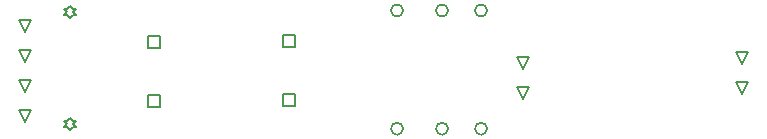
<source format=gbr>
%TF.GenerationSoftware,Altium Limited,Altium Designer,25.0.2 (28)*%
G04 Layer_Color=2752767*
%FSLAX45Y45*%
%MOMM*%
%TF.SameCoordinates,A0A746A1-3CD2-44F8-AC9A-FD4DD348DB9E*%
%TF.FilePolarity,Positive*%
%TF.FileFunction,Drawing*%
%TF.Part,Single*%
G01*
G75*
%TA.AperFunction,NonConductor*%
%ADD40C,0.12700*%
%ADD41C,0.16933*%
D40*
X8394700Y7162800D02*
Y7264400D01*
X8496300D01*
Y7162800D01*
X8394700D01*
Y7662799D02*
Y7764399D01*
X8496300D01*
Y7662799D01*
X8394700D01*
X10426700Y7222200D02*
X10375900Y7323800D01*
X10477500D01*
X10426700Y7222200D01*
Y7476200D02*
X10375900Y7577800D01*
X10477500D01*
X10426700Y7476200D01*
X7251700Y7654102D02*
Y7755702D01*
X7353300D01*
Y7654102D01*
X7251700D01*
Y7154098D02*
Y7255698D01*
X7353300D01*
Y7154098D01*
X7251700D01*
X12280900Y7264400D02*
X12230100Y7366000D01*
X12331700D01*
X12280900Y7264400D01*
Y7518400D02*
X12230100Y7620000D01*
X12331700D01*
X12280900Y7518400D01*
X6591300Y7906502D02*
X6616700Y7931902D01*
X6642100D01*
X6616700Y7957302D01*
X6642100Y7982702D01*
X6616700D01*
X6591300Y8008102D01*
X6565900Y7982702D01*
X6540500D01*
X6565900Y7957302D01*
X6540500Y7931902D01*
X6565900D01*
X6591300Y7906502D01*
Y6952498D02*
X6616700Y6977898D01*
X6642100D01*
X6616700Y7003298D01*
X6642100Y7028698D01*
X6616700D01*
X6591300Y7054098D01*
X6565900Y7028698D01*
X6540500D01*
X6565900Y7003298D01*
X6540500Y6977898D01*
X6565900D01*
X6591300Y6952498D01*
X6210300Y7531100D02*
X6159500Y7632700D01*
X6261100D01*
X6210300Y7531100D01*
Y7785100D02*
X6159500Y7886700D01*
X6261100D01*
X6210300Y7785100D01*
Y7277100D02*
X6159500Y7378700D01*
X6261100D01*
X6210300Y7277100D01*
Y7023100D02*
X6159500Y7124700D01*
X6261100D01*
X6210300Y7023100D01*
D41*
X10121900Y7967598D02*
G03*
X10121900Y7967598I-50800J0D01*
G01*
Y6967600D02*
G03*
X10121900Y6967600I-50800J0D01*
G01*
X9410700Y6967601D02*
G03*
X9410700Y6967601I-50800J0D01*
G01*
Y7967599D02*
G03*
X9410700Y7967599I-50800J0D01*
G01*
X9791700D02*
G03*
X9791700Y7967599I-50800J0D01*
G01*
Y6967601D02*
G03*
X9791700Y6967601I-50800J0D01*
G01*
%TF.MD5,be5b7b684f5db2e266840f975fda1cff*%
M02*

</source>
